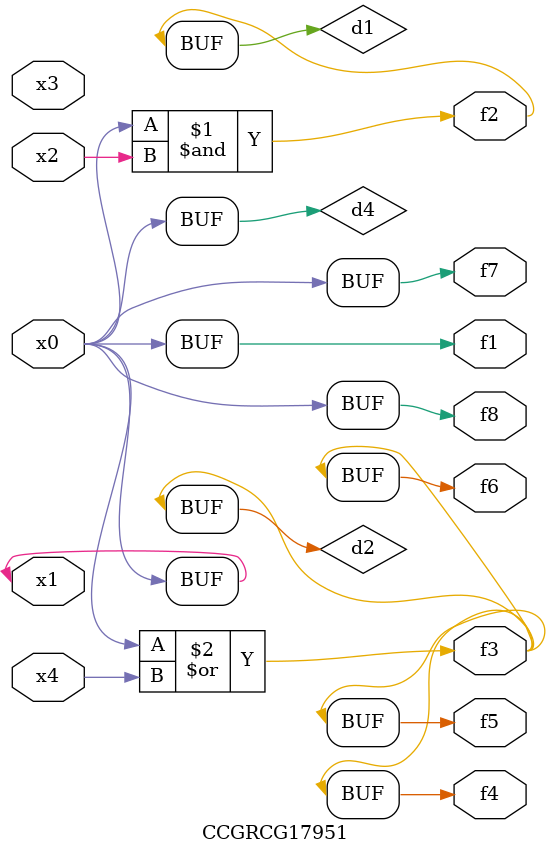
<source format=v>
module CCGRCG17951(
	input x0, x1, x2, x3, x4,
	output f1, f2, f3, f4, f5, f6, f7, f8
);

	wire d1, d2, d3, d4;

	and (d1, x0, x2);
	or (d2, x0, x4);
	nand (d3, x0, x2);
	buf (d4, x0, x1);
	assign f1 = d4;
	assign f2 = d1;
	assign f3 = d2;
	assign f4 = d2;
	assign f5 = d2;
	assign f6 = d2;
	assign f7 = d4;
	assign f8 = d4;
endmodule

</source>
